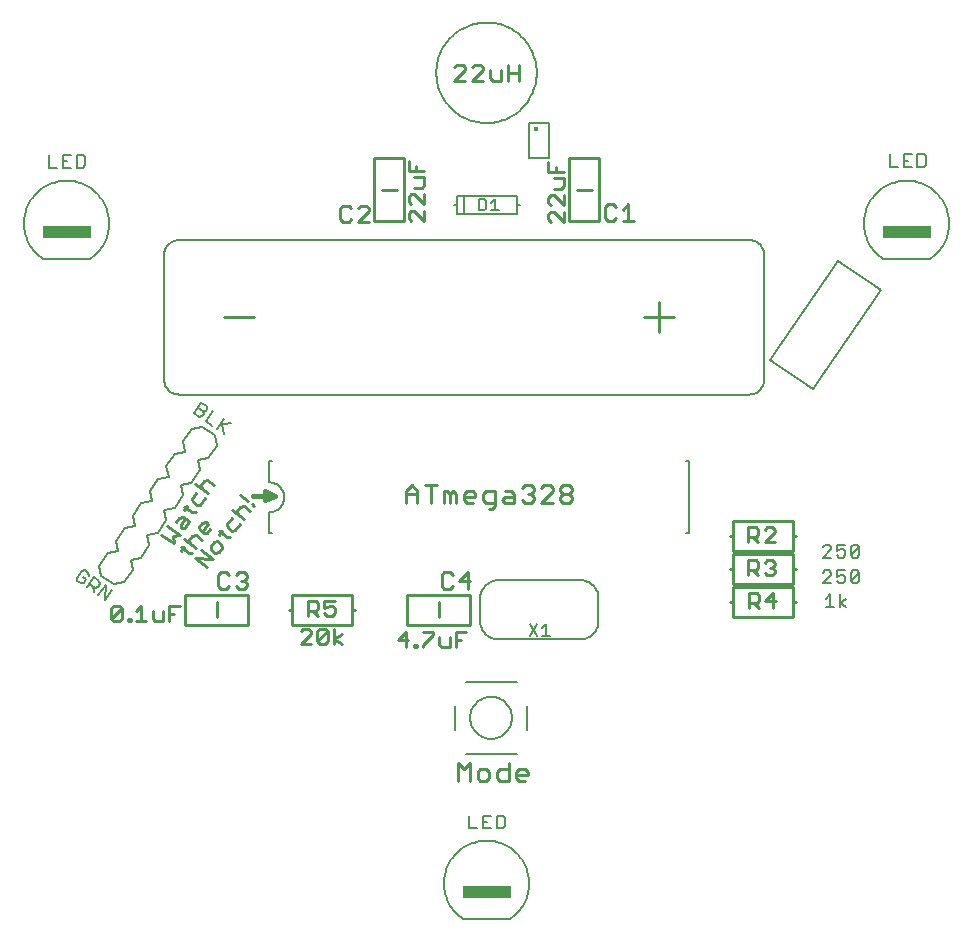
<source format=gto>
G75*
%MOIN*%
%OFA0B0*%
%FSLAX24Y24*%
%IPPOS*%
%LPD*%
%AMOC8*
5,1,8,0,0,1.08239X$1,22.5*
%
%ADD10R,0.1600X0.0400*%
%ADD11C,0.0100*%
%ADD12C,0.0070*%
%ADD13C,0.0090*%
%ADD14C,0.0080*%
%ADD15C,0.0160*%
%ADD16C,0.0110*%
%ADD17C,0.0050*%
%ADD18C,0.0177*%
D10*
X020175Y004775D03*
X006175Y026775D03*
X034175Y026775D03*
D11*
X010125Y014675D02*
X010125Y013675D01*
X012225Y013675D01*
X012225Y014675D01*
X010125Y014675D01*
X011175Y014425D02*
X011175Y013925D01*
X011317Y014875D02*
X011500Y014875D01*
X011592Y014967D01*
X011824Y014967D02*
X011915Y014875D01*
X012099Y014875D01*
X012190Y014967D01*
X012190Y015058D01*
X012099Y015150D01*
X012007Y015150D01*
X012099Y015150D02*
X012190Y015242D01*
X012190Y015334D01*
X012099Y015425D01*
X011915Y015425D01*
X011824Y015334D01*
X011592Y015334D02*
X011500Y015425D01*
X011317Y015425D01*
X011225Y015334D01*
X011225Y014967D01*
X011317Y014875D01*
X013575Y014175D02*
X013675Y014175D01*
X013675Y014675D01*
X015675Y014675D01*
X015675Y014175D01*
X015775Y014175D01*
X015675Y014175D02*
X015675Y013675D01*
X013675Y013675D01*
X013675Y014175D01*
X017525Y013675D02*
X017525Y014675D01*
X019625Y014675D01*
X019625Y013675D01*
X017525Y013675D01*
X018575Y013925D02*
X018575Y014425D01*
X018767Y014875D02*
X018950Y014875D01*
X019042Y014967D01*
X018767Y014875D02*
X018675Y014967D01*
X018675Y015334D01*
X018767Y015425D01*
X018950Y015425D01*
X019042Y015334D01*
X019274Y015150D02*
X019640Y015150D01*
X019549Y014875D02*
X019549Y015425D01*
X019274Y015150D01*
X025925Y023425D02*
X025925Y024425D01*
X025425Y023925D02*
X026425Y023925D01*
X025090Y027150D02*
X024724Y027150D01*
X024907Y027150D02*
X024907Y027700D01*
X024724Y027517D01*
X024492Y027609D02*
X024400Y027700D01*
X024217Y027700D01*
X024125Y027609D01*
X024125Y027242D01*
X024217Y027150D01*
X024400Y027150D01*
X024492Y027242D01*
X023925Y027125D02*
X022925Y027125D01*
X022925Y029225D01*
X023925Y029225D01*
X023925Y027125D01*
X023675Y028175D02*
X023175Y028175D01*
X021263Y031800D02*
X021263Y032350D01*
X021263Y032075D02*
X020896Y032075D01*
X020664Y032167D02*
X020664Y031800D01*
X020389Y031800D01*
X020297Y031892D01*
X020297Y032167D01*
X020065Y032167D02*
X020065Y032259D01*
X019974Y032350D01*
X019790Y032350D01*
X019699Y032259D01*
X019467Y032259D02*
X019375Y032350D01*
X019192Y032350D01*
X019100Y032259D01*
X019467Y032259D02*
X019467Y032167D01*
X019100Y031800D01*
X019467Y031800D01*
X019699Y031800D02*
X020065Y032167D01*
X020065Y031800D02*
X019699Y031800D01*
X020896Y031800D02*
X020896Y032350D01*
X017425Y029225D02*
X016425Y029225D01*
X016425Y027125D01*
X017425Y027125D01*
X017425Y029225D01*
X017175Y028175D02*
X016675Y028175D01*
X016174Y027650D02*
X015990Y027650D01*
X015899Y027559D01*
X015667Y027559D02*
X015575Y027650D01*
X015392Y027650D01*
X015300Y027559D01*
X015300Y027192D01*
X015392Y027100D01*
X015575Y027100D01*
X015667Y027192D01*
X015899Y027100D02*
X016265Y027467D01*
X016265Y027559D01*
X016174Y027650D01*
X016265Y027100D02*
X015899Y027100D01*
X012425Y023925D02*
X011425Y023925D01*
X028375Y017125D02*
X028375Y016625D01*
X028275Y016625D01*
X028375Y016625D02*
X028375Y016125D01*
X030375Y016125D01*
X030375Y016625D01*
X030475Y016625D01*
X030375Y016625D02*
X030375Y017125D01*
X028375Y017125D01*
X028375Y016025D02*
X028375Y015525D01*
X028275Y015525D01*
X028375Y015525D02*
X028375Y015025D01*
X030375Y015025D01*
X030375Y015525D01*
X030475Y015525D01*
X030375Y015525D02*
X030375Y016025D01*
X028375Y016025D01*
X028375Y014925D02*
X028375Y014425D01*
X028275Y014425D01*
X028375Y014425D02*
X028375Y013925D01*
X030375Y013925D01*
X030375Y014425D01*
X030475Y014425D01*
X030375Y014425D02*
X030375Y014925D01*
X028375Y014925D01*
D12*
X022278Y013310D02*
X022024Y013310D01*
X022151Y013310D02*
X022151Y013690D01*
X022024Y013564D01*
X021864Y013690D02*
X021610Y013310D01*
X021864Y013310D02*
X021610Y013690D01*
X028925Y021350D02*
X009925Y021350D01*
X009881Y021352D01*
X009838Y021358D01*
X009796Y021367D01*
X009754Y021380D01*
X009714Y021397D01*
X009675Y021417D01*
X009638Y021440D01*
X009604Y021467D01*
X009571Y021496D01*
X009542Y021529D01*
X009515Y021563D01*
X009492Y021600D01*
X009472Y021639D01*
X009455Y021679D01*
X009442Y021721D01*
X009433Y021763D01*
X009427Y021806D01*
X009425Y021850D01*
X009425Y026000D01*
X009427Y026044D01*
X009433Y026087D01*
X009442Y026129D01*
X009455Y026171D01*
X009472Y026211D01*
X009492Y026250D01*
X009515Y026287D01*
X009542Y026321D01*
X009571Y026354D01*
X009604Y026383D01*
X009638Y026410D01*
X009675Y026433D01*
X009714Y026453D01*
X009754Y026470D01*
X009796Y026483D01*
X009838Y026492D01*
X009881Y026498D01*
X009925Y026500D01*
X028925Y026500D01*
X028969Y026498D01*
X029012Y026492D01*
X029054Y026483D01*
X029096Y026470D01*
X029136Y026453D01*
X029175Y026433D01*
X029212Y026410D01*
X029246Y026383D01*
X029279Y026354D01*
X029308Y026321D01*
X029335Y026287D01*
X029358Y026250D01*
X029378Y026211D01*
X029395Y026171D01*
X029408Y026129D01*
X029417Y026087D01*
X029423Y026044D01*
X029425Y026000D01*
X029425Y021850D01*
X029423Y021806D01*
X029417Y021763D01*
X029408Y021721D01*
X029395Y021679D01*
X029378Y021639D01*
X029358Y021600D01*
X029335Y021563D01*
X029308Y021529D01*
X029279Y021496D01*
X029246Y021467D01*
X029212Y021440D01*
X029175Y021417D01*
X029136Y021397D01*
X029096Y021380D01*
X029054Y021367D01*
X029012Y021358D01*
X028969Y021352D01*
X028925Y021350D01*
X022244Y029245D02*
X021606Y029245D01*
X021606Y029265D02*
X021606Y030385D01*
X021606Y030405D02*
X022244Y030405D01*
X022244Y030385D02*
X022244Y029265D01*
X022244Y029659D02*
X022244Y029991D01*
X020451Y027865D02*
X020451Y027485D01*
X020324Y027485D02*
X020578Y027485D01*
X020324Y027739D02*
X020451Y027865D01*
X020164Y027802D02*
X020100Y027865D01*
X019910Y027865D01*
X019910Y027485D01*
X020100Y027485D01*
X020164Y027548D01*
X020164Y027802D01*
D13*
X018095Y027692D02*
X017755Y028033D01*
X017670Y028033D01*
X017585Y027948D01*
X017585Y027778D01*
X017670Y027692D01*
X017670Y027480D02*
X017585Y027395D01*
X017585Y027225D01*
X017670Y027140D01*
X017670Y027480D02*
X017755Y027480D01*
X018095Y027140D01*
X018095Y027480D01*
X018095Y027692D02*
X018095Y028033D01*
X018010Y028245D02*
X018095Y028330D01*
X018095Y028585D01*
X017755Y028585D01*
X017840Y028797D02*
X017840Y028968D01*
X017585Y029138D02*
X017585Y028797D01*
X018095Y028797D01*
X018010Y028245D02*
X017755Y028245D01*
X022240Y027918D02*
X022240Y027748D01*
X022325Y027662D01*
X022325Y027450D02*
X022240Y027365D01*
X022240Y027195D01*
X022325Y027110D01*
X022325Y027450D02*
X022410Y027450D01*
X022750Y027110D01*
X022750Y027450D01*
X022750Y027662D02*
X022410Y028003D01*
X022325Y028003D01*
X022240Y027918D01*
X022410Y028215D02*
X022665Y028215D01*
X022750Y028300D01*
X022750Y028555D01*
X022410Y028555D01*
X022495Y028767D02*
X022495Y028938D01*
X022240Y029108D02*
X022240Y028767D01*
X022750Y028767D01*
X022750Y028003D02*
X022750Y027662D01*
X012418Y017647D02*
X012350Y017698D01*
X012214Y017801D02*
X011942Y018005D01*
X011967Y017614D02*
X012086Y017631D01*
X012290Y017478D01*
X012085Y017206D02*
X011678Y017513D01*
X011865Y017479D02*
X011967Y017614D01*
X011865Y017479D02*
X011881Y017359D01*
X011686Y017241D02*
X011532Y017037D01*
X011549Y016918D01*
X011685Y016816D01*
X011804Y016833D01*
X011958Y017036D01*
X011634Y016606D02*
X011514Y016590D01*
X011243Y016794D01*
X011259Y016675D02*
X011362Y016811D01*
X011200Y016455D02*
X011080Y016438D01*
X010978Y016302D01*
X010995Y016183D01*
X011131Y016080D01*
X011250Y016097D01*
X011352Y016233D01*
X011335Y016352D01*
X011200Y016455D01*
X010871Y016741D02*
X010752Y016725D01*
X010616Y016827D01*
X010600Y016946D01*
X010702Y017082D01*
X010821Y017099D01*
X010889Y017048D01*
X010684Y016776D01*
X010871Y016741D02*
X010974Y016877D01*
X010693Y016504D02*
X010489Y016658D01*
X010370Y016641D01*
X010267Y016505D01*
X010284Y016386D01*
X010097Y016279D02*
X009994Y016143D01*
X009978Y016262D02*
X010249Y016057D01*
X010369Y016074D01*
X010488Y016232D02*
X010080Y016539D01*
X009953Y016670D02*
X009530Y016955D01*
X009340Y016673D02*
X009763Y016387D01*
X009717Y016624D01*
X009953Y016670D01*
X010001Y016893D02*
X009978Y017011D01*
X010121Y017223D01*
X010050Y017270D02*
X010262Y017128D01*
X010119Y016916D01*
X010001Y016893D01*
X009837Y017106D02*
X009932Y017247D01*
X010050Y017270D01*
X010099Y017494D02*
X010194Y017635D01*
X010076Y017612D02*
X010358Y017422D01*
X010476Y017445D01*
X010516Y017656D02*
X010375Y017752D01*
X010352Y017870D01*
X010495Y018081D01*
X010684Y018210D02*
X010661Y018328D01*
X010756Y018469D01*
X010874Y018492D01*
X011086Y018349D01*
X010896Y018067D02*
X010472Y018352D01*
X010777Y017891D02*
X010634Y017679D01*
X010516Y017656D01*
X010663Y016167D02*
X011071Y015860D01*
X010458Y015895D01*
X010866Y015588D01*
X009944Y014305D02*
X009604Y014305D01*
X009604Y013795D01*
X009391Y013795D02*
X009391Y014135D01*
X009604Y014050D02*
X009774Y014050D01*
X009391Y013795D02*
X009136Y013795D01*
X009051Y013880D01*
X009051Y014135D01*
X008839Y013795D02*
X008499Y013795D01*
X008669Y013795D02*
X008669Y014305D01*
X008499Y014135D01*
X008308Y013880D02*
X008308Y013795D01*
X008222Y013795D01*
X008222Y013880D01*
X008308Y013880D01*
X008010Y013880D02*
X008010Y014220D01*
X007670Y013880D01*
X007755Y013795D01*
X007925Y013795D01*
X008010Y013880D01*
X007670Y013880D02*
X007670Y014220D01*
X007755Y014305D01*
X007925Y014305D01*
X008010Y014220D01*
X013985Y013465D02*
X014070Y013550D01*
X014240Y013550D01*
X014325Y013465D01*
X014325Y013380D01*
X013985Y013040D01*
X014325Y013040D01*
X014537Y013125D02*
X014878Y013465D01*
X014878Y013125D01*
X014793Y013040D01*
X014623Y013040D01*
X014537Y013125D01*
X014537Y013465D01*
X014623Y013550D01*
X014793Y013550D01*
X014878Y013465D01*
X015090Y013550D02*
X015090Y013040D01*
X015090Y013210D02*
X015345Y013380D01*
X015090Y013210D02*
X015345Y013040D01*
X015028Y013970D02*
X014858Y013970D01*
X014772Y014055D01*
X014772Y014225D02*
X014943Y014310D01*
X015028Y014310D01*
X015113Y014225D01*
X015113Y014055D01*
X015028Y013970D01*
X014772Y014225D02*
X014772Y014480D01*
X015113Y014480D01*
X014560Y014395D02*
X014560Y014225D01*
X014475Y014140D01*
X014220Y014140D01*
X014220Y013970D02*
X014220Y014480D01*
X014475Y014480D01*
X014560Y014395D01*
X014390Y014140D02*
X014560Y013970D01*
X017220Y013175D02*
X017560Y013175D01*
X017475Y012920D02*
X017475Y013430D01*
X017220Y013175D01*
X017772Y013005D02*
X017858Y013005D01*
X017858Y012920D01*
X017772Y012920D01*
X017772Y013005D01*
X018049Y013005D02*
X018049Y012920D01*
X018049Y013005D02*
X018389Y013345D01*
X018389Y013430D01*
X018049Y013430D01*
X018601Y013260D02*
X018601Y013005D01*
X018686Y012920D01*
X018941Y012920D01*
X018941Y013260D01*
X019154Y013175D02*
X019324Y013175D01*
X019154Y012920D02*
X019154Y013430D01*
X019494Y013430D01*
X028920Y014220D02*
X028920Y014730D01*
X029175Y014730D01*
X029260Y014645D01*
X029260Y014475D01*
X029175Y014390D01*
X028920Y014390D01*
X029090Y014390D02*
X029260Y014220D01*
X029472Y014475D02*
X029728Y014730D01*
X029728Y014220D01*
X029813Y014475D02*
X029472Y014475D01*
X029528Y015320D02*
X029442Y015405D01*
X029528Y015320D02*
X029698Y015320D01*
X029783Y015405D01*
X029783Y015490D01*
X029698Y015575D01*
X029613Y015575D01*
X029698Y015575D02*
X029783Y015660D01*
X029783Y015745D01*
X029698Y015830D01*
X029528Y015830D01*
X029442Y015745D01*
X029230Y015745D02*
X029230Y015575D01*
X029145Y015490D01*
X028890Y015490D01*
X028890Y015320D02*
X028890Y015830D01*
X029145Y015830D01*
X029230Y015745D01*
X029060Y015490D02*
X029230Y015320D01*
X029230Y016420D02*
X029060Y016590D01*
X029145Y016590D02*
X028890Y016590D01*
X028890Y016420D02*
X028890Y016930D01*
X029145Y016930D01*
X029230Y016845D01*
X029230Y016675D01*
X029145Y016590D01*
X029442Y016420D02*
X029783Y016760D01*
X029783Y016845D01*
X029698Y016930D01*
X029528Y016930D01*
X029442Y016845D01*
X029442Y016420D02*
X029783Y016420D01*
D14*
X031390Y016265D02*
X031460Y016335D01*
X031600Y016335D01*
X031670Y016265D01*
X031670Y016195D01*
X031390Y015915D01*
X031670Y015915D01*
X031850Y015985D02*
X031920Y015915D01*
X032061Y015915D01*
X032131Y015985D01*
X032131Y016125D01*
X032061Y016195D01*
X031991Y016195D01*
X031850Y016125D01*
X031850Y016335D01*
X032131Y016335D01*
X032311Y016265D02*
X032311Y015985D01*
X032591Y016265D01*
X032591Y015985D01*
X032521Y015915D01*
X032381Y015915D01*
X032311Y015985D01*
X032311Y016265D02*
X032381Y016335D01*
X032521Y016335D01*
X032591Y016265D01*
X032521Y015485D02*
X032591Y015415D01*
X032311Y015135D01*
X032381Y015065D01*
X032521Y015065D01*
X032591Y015135D01*
X032591Y015415D01*
X032521Y015485D02*
X032381Y015485D01*
X032311Y015415D01*
X032311Y015135D01*
X032131Y015135D02*
X032061Y015065D01*
X031920Y015065D01*
X031850Y015135D01*
X031850Y015275D02*
X031991Y015345D01*
X032061Y015345D01*
X032131Y015275D01*
X032131Y015135D01*
X031850Y015275D02*
X031850Y015485D01*
X032131Y015485D01*
X031670Y015415D02*
X031600Y015485D01*
X031460Y015485D01*
X031390Y015415D01*
X031670Y015415D02*
X031670Y015345D01*
X031390Y015065D01*
X031670Y015065D01*
X031630Y014685D02*
X031630Y014265D01*
X031490Y014265D02*
X031770Y014265D01*
X031950Y014265D02*
X031950Y014685D01*
X032161Y014545D02*
X031950Y014405D01*
X032161Y014265D01*
X031630Y014685D02*
X031490Y014545D01*
X026925Y016725D02*
X026825Y016725D01*
X026925Y016725D02*
X026925Y019125D01*
X026825Y019125D01*
X021175Y011775D02*
X019475Y011775D01*
X019125Y010980D02*
X019125Y010175D01*
X019475Y009375D02*
X021175Y009375D01*
X021525Y010175D02*
X021525Y010968D01*
X019625Y010575D02*
X019627Y010627D01*
X019633Y010679D01*
X019643Y010731D01*
X019656Y010781D01*
X019673Y010831D01*
X019694Y010879D01*
X019719Y010925D01*
X019747Y010969D01*
X019778Y011011D01*
X019812Y011051D01*
X019849Y011088D01*
X019889Y011122D01*
X019931Y011153D01*
X019975Y011181D01*
X020021Y011206D01*
X020069Y011227D01*
X020119Y011244D01*
X020169Y011257D01*
X020221Y011267D01*
X020273Y011273D01*
X020325Y011275D01*
X020377Y011273D01*
X020429Y011267D01*
X020481Y011257D01*
X020531Y011244D01*
X020581Y011227D01*
X020629Y011206D01*
X020675Y011181D01*
X020719Y011153D01*
X020761Y011122D01*
X020801Y011088D01*
X020838Y011051D01*
X020872Y011011D01*
X020903Y010969D01*
X020931Y010925D01*
X020956Y010879D01*
X020977Y010831D01*
X020994Y010781D01*
X021007Y010731D01*
X021017Y010679D01*
X021023Y010627D01*
X021025Y010575D01*
X021023Y010523D01*
X021017Y010471D01*
X021007Y010419D01*
X020994Y010369D01*
X020977Y010319D01*
X020956Y010271D01*
X020931Y010225D01*
X020903Y010181D01*
X020872Y010139D01*
X020838Y010099D01*
X020801Y010062D01*
X020761Y010028D01*
X020719Y009997D01*
X020675Y009969D01*
X020629Y009944D01*
X020581Y009923D01*
X020531Y009906D01*
X020481Y009893D01*
X020429Y009883D01*
X020377Y009877D01*
X020325Y009875D01*
X020273Y009877D01*
X020221Y009883D01*
X020169Y009893D01*
X020119Y009906D01*
X020069Y009923D01*
X020021Y009944D01*
X019975Y009969D01*
X019931Y009997D01*
X019889Y010028D01*
X019849Y010062D01*
X019812Y010099D01*
X019778Y010139D01*
X019747Y010181D01*
X019719Y010225D01*
X019694Y010271D01*
X019673Y010319D01*
X019656Y010369D01*
X019643Y010419D01*
X019633Y010471D01*
X019627Y010523D01*
X019625Y010575D01*
X019590Y007310D02*
X019590Y006890D01*
X019870Y006890D01*
X020050Y006890D02*
X020331Y006890D01*
X020511Y006890D02*
X020721Y006890D01*
X020791Y006960D01*
X020791Y007240D01*
X020721Y007310D01*
X020511Y007310D01*
X020511Y006890D01*
X020191Y007100D02*
X020050Y007100D01*
X020050Y007310D02*
X020050Y006890D01*
X020050Y007310D02*
X020331Y007310D01*
X013025Y016725D02*
X012925Y016725D01*
X012925Y017425D01*
X012969Y017427D01*
X013012Y017433D01*
X013054Y017442D01*
X013096Y017455D01*
X013136Y017472D01*
X013175Y017492D01*
X013212Y017515D01*
X013246Y017542D01*
X013279Y017571D01*
X013308Y017604D01*
X013335Y017638D01*
X013358Y017675D01*
X013378Y017714D01*
X013395Y017754D01*
X013408Y017796D01*
X013417Y017838D01*
X013423Y017881D01*
X013425Y017925D01*
X013423Y017969D01*
X013417Y018012D01*
X013408Y018054D01*
X013395Y018096D01*
X013378Y018136D01*
X013358Y018175D01*
X013335Y018212D01*
X013308Y018246D01*
X013279Y018279D01*
X013246Y018308D01*
X013212Y018335D01*
X013175Y018358D01*
X013136Y018378D01*
X013096Y018395D01*
X013054Y018408D01*
X013012Y018417D01*
X012969Y018423D01*
X012925Y018425D01*
X012925Y019125D01*
X013025Y019125D01*
X011415Y020046D02*
X011363Y020339D01*
X011265Y020321D02*
X011656Y020390D01*
X011426Y020551D02*
X011185Y020207D01*
X011037Y020310D02*
X010808Y020471D01*
X011049Y020815D01*
X010861Y020861D02*
X010821Y020804D01*
X010723Y020786D01*
X010551Y020907D01*
X010431Y020735D02*
X010603Y020614D01*
X010700Y020631D01*
X010741Y020689D01*
X010723Y020786D01*
X010861Y020861D02*
X010844Y020959D01*
X010672Y021079D01*
X010431Y020735D01*
X010693Y020275D02*
X010346Y020207D01*
X010067Y019793D01*
X010134Y019445D01*
X009787Y019378D01*
X009507Y018963D01*
X009575Y018616D01*
X009228Y018549D01*
X008948Y018134D01*
X009016Y017787D01*
X008669Y017720D01*
X008389Y017305D01*
X008457Y016958D01*
X008109Y016891D01*
X007830Y016476D01*
X007897Y016129D01*
X007550Y016062D01*
X007271Y015647D01*
X007338Y015300D01*
X007753Y015021D01*
X008100Y015088D01*
X008379Y015503D01*
X008312Y015850D01*
X008659Y015917D01*
X008939Y016332D01*
X008871Y016679D01*
X009218Y016746D01*
X009498Y017161D01*
X009430Y017508D01*
X009777Y017575D01*
X010057Y017990D01*
X009989Y018337D01*
X010336Y018404D01*
X010616Y018819D01*
X010549Y019166D01*
X010896Y019233D01*
X011175Y019648D01*
X011108Y019995D01*
X010693Y020275D01*
X006894Y015409D02*
X006779Y015489D01*
X006682Y015472D01*
X006521Y015242D01*
X006538Y015145D01*
X006653Y015064D01*
X006750Y015081D01*
X006831Y015196D01*
X006716Y015277D01*
X006911Y015311D02*
X006894Y015409D01*
X007099Y015265D02*
X007271Y015145D01*
X007288Y015047D01*
X007208Y014932D01*
X007110Y014915D01*
X006938Y015036D01*
X006858Y014921D02*
X007099Y015265D01*
X007053Y014955D02*
X007087Y014760D01*
X007235Y014657D02*
X007476Y015001D01*
X007465Y014496D01*
X007706Y014840D01*
X019175Y027375D02*
X019175Y027675D01*
X019075Y027675D01*
X019175Y027675D02*
X019175Y027975D01*
X021175Y027975D01*
X021175Y027675D01*
X021275Y027675D01*
X021175Y027675D02*
X021175Y027375D01*
X019175Y027375D01*
X019425Y027425D02*
X019425Y027925D01*
X006791Y028985D02*
X006791Y029265D01*
X006721Y029335D01*
X006511Y029335D01*
X006511Y028915D01*
X006721Y028915D01*
X006791Y028985D01*
X006331Y028915D02*
X006050Y028915D01*
X006050Y029335D01*
X006331Y029335D01*
X006191Y029125D02*
X006050Y029125D01*
X005870Y028915D02*
X005590Y028915D01*
X005590Y029335D01*
X033615Y029360D02*
X033615Y028940D01*
X033895Y028940D01*
X034075Y028940D02*
X034356Y028940D01*
X034536Y028940D02*
X034746Y028940D01*
X034816Y029010D01*
X034816Y029290D01*
X034746Y029360D01*
X034536Y029360D01*
X034536Y028940D01*
X034216Y029150D02*
X034075Y029150D01*
X034075Y029360D02*
X034075Y028940D01*
X034075Y029360D02*
X034356Y029360D01*
D15*
X013125Y017975D02*
X012775Y018145D01*
X012775Y017835D01*
X013125Y017975D01*
X012395Y017975D01*
D16*
X017480Y018025D02*
X017874Y018025D01*
X017874Y018124D02*
X017874Y017730D01*
X017874Y018124D02*
X017677Y018321D01*
X017480Y018124D01*
X017480Y017730D01*
X018321Y017730D02*
X018321Y018321D01*
X018125Y018321D02*
X018518Y018321D01*
X018769Y018124D02*
X018868Y018124D01*
X018966Y018025D01*
X019064Y018124D01*
X019163Y018025D01*
X019163Y017730D01*
X018966Y017730D02*
X018966Y018025D01*
X018769Y018124D02*
X018769Y017730D01*
X019414Y017828D02*
X019512Y017730D01*
X019709Y017730D01*
X019807Y017927D02*
X019414Y017927D01*
X019414Y018025D02*
X019512Y018124D01*
X019709Y018124D01*
X019807Y018025D01*
X019807Y017927D01*
X020058Y018025D02*
X020058Y017828D01*
X020157Y017730D01*
X020452Y017730D01*
X020452Y017632D02*
X020452Y018124D01*
X020157Y018124D01*
X020058Y018025D01*
X020255Y017533D02*
X020353Y017533D01*
X020452Y017632D01*
X020703Y017828D02*
X020801Y017927D01*
X021096Y017927D01*
X021096Y018025D02*
X021096Y017730D01*
X020801Y017730D01*
X020703Y017828D01*
X020801Y018124D02*
X020998Y018124D01*
X021096Y018025D01*
X021347Y017828D02*
X021446Y017730D01*
X021643Y017730D01*
X021741Y017828D01*
X021741Y017927D01*
X021643Y018025D01*
X021544Y018025D01*
X021643Y018025D02*
X021741Y018124D01*
X021741Y018222D01*
X021643Y018321D01*
X021446Y018321D01*
X021347Y018222D01*
X021992Y018222D02*
X022090Y018321D01*
X022287Y018321D01*
X022386Y018222D01*
X022386Y018124D01*
X021992Y017730D01*
X022386Y017730D01*
X022636Y017828D02*
X022636Y017927D01*
X022735Y018025D01*
X022932Y018025D01*
X023030Y017927D01*
X023030Y017828D01*
X022932Y017730D01*
X022735Y017730D01*
X022636Y017828D01*
X022735Y018025D02*
X022636Y018124D01*
X022636Y018222D01*
X022735Y018321D01*
X022932Y018321D01*
X023030Y018222D01*
X023030Y018124D01*
X022932Y018025D01*
X019414Y018025D02*
X019414Y017828D01*
X019230Y009071D02*
X019427Y008874D01*
X019624Y009071D01*
X019624Y008480D01*
X019875Y008578D02*
X019973Y008480D01*
X020170Y008480D01*
X020268Y008578D01*
X020268Y008775D01*
X020170Y008874D01*
X019973Y008874D01*
X019875Y008775D01*
X019875Y008578D01*
X020519Y008578D02*
X020519Y008775D01*
X020618Y008874D01*
X020913Y008874D01*
X020913Y009071D02*
X020913Y008480D01*
X020618Y008480D01*
X020519Y008578D01*
X021164Y008578D02*
X021164Y008775D01*
X021262Y008874D01*
X021459Y008874D01*
X021557Y008775D01*
X021557Y008677D01*
X021164Y008677D01*
X021164Y008578D02*
X021262Y008480D01*
X021459Y008480D01*
X019230Y008480D02*
X019230Y009071D01*
D17*
X019387Y003875D02*
X019326Y003919D01*
X019268Y003965D01*
X019211Y004014D01*
X019158Y004066D01*
X019107Y004121D01*
X019059Y004179D01*
X019015Y004239D01*
X018973Y004301D01*
X018935Y004365D01*
X018900Y004431D01*
X018869Y004499D01*
X018842Y004569D01*
X018818Y004640D01*
X018798Y004712D01*
X018781Y004785D01*
X018769Y004858D01*
X018760Y004933D01*
X018756Y005007D01*
X018755Y005082D01*
X018759Y005157D01*
X018766Y005231D01*
X018777Y005305D01*
X018792Y005378D01*
X018811Y005451D01*
X018833Y005522D01*
X018860Y005592D01*
X018890Y005660D01*
X018923Y005727D01*
X018960Y005792D01*
X019000Y005855D01*
X019044Y005916D01*
X019091Y005974D01*
X019141Y006030D01*
X019193Y006083D01*
X019249Y006133D01*
X019306Y006180D01*
X019367Y006225D01*
X019429Y006265D01*
X019494Y006303D01*
X019561Y006337D01*
X019629Y006368D01*
X019698Y006395D01*
X019770Y006418D01*
X019842Y006437D01*
X019915Y006453D01*
X019989Y006465D01*
X020063Y006473D01*
X020138Y006477D01*
X020212Y006477D01*
X020287Y006473D01*
X020361Y006465D01*
X020435Y006453D01*
X020508Y006437D01*
X020580Y006418D01*
X020652Y006395D01*
X020721Y006368D01*
X020789Y006337D01*
X020856Y006303D01*
X020921Y006265D01*
X020983Y006225D01*
X021044Y006180D01*
X021101Y006133D01*
X021157Y006083D01*
X021209Y006030D01*
X021259Y005974D01*
X021306Y005916D01*
X021350Y005855D01*
X021390Y005792D01*
X021427Y005727D01*
X021460Y005660D01*
X021490Y005592D01*
X021517Y005522D01*
X021539Y005451D01*
X021558Y005378D01*
X021573Y005305D01*
X021584Y005231D01*
X021591Y005157D01*
X021595Y005082D01*
X021594Y005007D01*
X021590Y004933D01*
X021581Y004858D01*
X021569Y004785D01*
X021552Y004712D01*
X021532Y004640D01*
X021508Y004569D01*
X021481Y004499D01*
X021450Y004431D01*
X021415Y004365D01*
X021377Y004301D01*
X021335Y004239D01*
X021291Y004179D01*
X021243Y004121D01*
X021192Y004066D01*
X021139Y004014D01*
X021082Y003965D01*
X021024Y003919D01*
X020963Y003875D01*
X020962Y003876D02*
X019388Y003876D01*
X020557Y013191D02*
X023313Y013191D01*
X023313Y013190D02*
X023359Y013192D01*
X023405Y013197D01*
X023451Y013206D01*
X023496Y013219D01*
X023539Y013235D01*
X023581Y013254D01*
X023622Y013277D01*
X023660Y013303D01*
X023697Y013332D01*
X023731Y013363D01*
X023762Y013397D01*
X023791Y013434D01*
X023817Y013472D01*
X023840Y013513D01*
X023859Y013555D01*
X023875Y013598D01*
X023888Y013643D01*
X023897Y013689D01*
X023902Y013735D01*
X023904Y013781D01*
X023904Y014569D01*
X023902Y014615D01*
X023897Y014661D01*
X023888Y014707D01*
X023875Y014752D01*
X023859Y014795D01*
X023840Y014837D01*
X023817Y014878D01*
X023791Y014916D01*
X023762Y014953D01*
X023731Y014987D01*
X023697Y015018D01*
X023660Y015047D01*
X023622Y015073D01*
X023581Y015096D01*
X023539Y015115D01*
X023496Y015131D01*
X023451Y015144D01*
X023405Y015153D01*
X023359Y015158D01*
X023313Y015160D01*
X023313Y015159D02*
X020557Y015159D01*
X020557Y015160D02*
X020511Y015158D01*
X020465Y015153D01*
X020419Y015144D01*
X020374Y015131D01*
X020331Y015115D01*
X020289Y015096D01*
X020248Y015073D01*
X020210Y015047D01*
X020173Y015018D01*
X020139Y014987D01*
X020108Y014953D01*
X020079Y014916D01*
X020053Y014878D01*
X020030Y014837D01*
X020011Y014795D01*
X019995Y014752D01*
X019982Y014707D01*
X019973Y014661D01*
X019968Y014615D01*
X019966Y014569D01*
X019966Y013781D01*
X019968Y013735D01*
X019973Y013689D01*
X019982Y013643D01*
X019995Y013598D01*
X020011Y013555D01*
X020030Y013513D01*
X020053Y013472D01*
X020079Y013434D01*
X020108Y013397D01*
X020139Y013363D01*
X020173Y013332D01*
X020210Y013303D01*
X020248Y013277D01*
X020289Y013254D01*
X020331Y013235D01*
X020374Y013219D01*
X020419Y013206D01*
X020465Y013197D01*
X020511Y013192D01*
X020557Y013190D01*
X029629Y022517D02*
X031055Y021537D01*
X033321Y024833D01*
X031895Y025813D01*
X029629Y022517D01*
X033388Y025876D02*
X034962Y025876D01*
X034963Y025875D02*
X035024Y025919D01*
X035082Y025965D01*
X035139Y026014D01*
X035192Y026066D01*
X035243Y026121D01*
X035291Y026179D01*
X035335Y026239D01*
X035377Y026301D01*
X035415Y026365D01*
X035450Y026431D01*
X035481Y026499D01*
X035508Y026569D01*
X035532Y026640D01*
X035552Y026712D01*
X035569Y026785D01*
X035581Y026858D01*
X035590Y026933D01*
X035594Y027007D01*
X035595Y027082D01*
X035591Y027157D01*
X035584Y027231D01*
X035573Y027305D01*
X035558Y027378D01*
X035539Y027451D01*
X035517Y027522D01*
X035490Y027592D01*
X035460Y027660D01*
X035427Y027727D01*
X035390Y027792D01*
X035350Y027855D01*
X035306Y027916D01*
X035259Y027974D01*
X035209Y028030D01*
X035157Y028083D01*
X035101Y028133D01*
X035044Y028180D01*
X034983Y028225D01*
X034921Y028265D01*
X034856Y028303D01*
X034789Y028337D01*
X034721Y028368D01*
X034652Y028395D01*
X034580Y028418D01*
X034508Y028437D01*
X034435Y028453D01*
X034361Y028465D01*
X034287Y028473D01*
X034212Y028477D01*
X034138Y028477D01*
X034063Y028473D01*
X033989Y028465D01*
X033915Y028453D01*
X033842Y028437D01*
X033770Y028418D01*
X033698Y028395D01*
X033629Y028368D01*
X033561Y028337D01*
X033494Y028303D01*
X033429Y028265D01*
X033367Y028225D01*
X033306Y028180D01*
X033249Y028133D01*
X033193Y028083D01*
X033141Y028030D01*
X033091Y027974D01*
X033044Y027916D01*
X033000Y027855D01*
X032960Y027792D01*
X032923Y027727D01*
X032890Y027660D01*
X032860Y027592D01*
X032833Y027522D01*
X032811Y027451D01*
X032792Y027378D01*
X032777Y027305D01*
X032766Y027231D01*
X032759Y027157D01*
X032755Y027082D01*
X032756Y027007D01*
X032760Y026933D01*
X032769Y026858D01*
X032781Y026785D01*
X032798Y026712D01*
X032818Y026640D01*
X032842Y026569D01*
X032869Y026499D01*
X032900Y026431D01*
X032935Y026365D01*
X032973Y026301D01*
X033015Y026239D01*
X033059Y026179D01*
X033107Y026121D01*
X033158Y026066D01*
X033211Y026014D01*
X033268Y025965D01*
X033326Y025919D01*
X033387Y025875D01*
X018500Y032075D02*
X018502Y032157D01*
X018508Y032238D01*
X018518Y032319D01*
X018532Y032399D01*
X018549Y032479D01*
X018571Y032558D01*
X018596Y032635D01*
X018626Y032711D01*
X018658Y032786D01*
X018695Y032859D01*
X018735Y032930D01*
X018778Y032999D01*
X018825Y033066D01*
X018875Y033131D01*
X018928Y033193D01*
X018983Y033252D01*
X019042Y033309D01*
X019104Y033362D01*
X019168Y033413D01*
X019234Y033461D01*
X019302Y033505D01*
X019373Y033546D01*
X019446Y033583D01*
X019520Y033617D01*
X019596Y033647D01*
X019673Y033673D01*
X019751Y033696D01*
X019831Y033714D01*
X019911Y033729D01*
X019992Y033740D01*
X020073Y033747D01*
X020155Y033750D01*
X020236Y033749D01*
X020318Y033744D01*
X020399Y033735D01*
X020479Y033722D01*
X020559Y033705D01*
X020638Y033685D01*
X020716Y033660D01*
X020792Y033632D01*
X020867Y033600D01*
X020941Y033565D01*
X021012Y033526D01*
X021082Y033483D01*
X021150Y033437D01*
X021215Y033388D01*
X021277Y033336D01*
X021338Y033281D01*
X021395Y033223D01*
X021449Y033162D01*
X021501Y033099D01*
X021549Y033033D01*
X021594Y032965D01*
X021636Y032895D01*
X021674Y032823D01*
X021708Y032749D01*
X021739Y032673D01*
X021767Y032596D01*
X021790Y032518D01*
X021810Y032439D01*
X021826Y032359D01*
X021838Y032278D01*
X021846Y032197D01*
X021850Y032116D01*
X021850Y032034D01*
X021846Y031953D01*
X021838Y031872D01*
X021826Y031791D01*
X021810Y031711D01*
X021790Y031632D01*
X021767Y031554D01*
X021739Y031477D01*
X021708Y031401D01*
X021674Y031327D01*
X021636Y031255D01*
X021594Y031185D01*
X021549Y031117D01*
X021501Y031051D01*
X021449Y030988D01*
X021395Y030927D01*
X021338Y030869D01*
X021277Y030814D01*
X021215Y030762D01*
X021150Y030713D01*
X021082Y030667D01*
X021013Y030624D01*
X020941Y030585D01*
X020867Y030550D01*
X020792Y030518D01*
X020716Y030490D01*
X020638Y030465D01*
X020559Y030445D01*
X020479Y030428D01*
X020399Y030415D01*
X020318Y030406D01*
X020236Y030401D01*
X020155Y030400D01*
X020073Y030403D01*
X019992Y030410D01*
X019911Y030421D01*
X019831Y030436D01*
X019751Y030454D01*
X019673Y030477D01*
X019596Y030503D01*
X019520Y030533D01*
X019446Y030567D01*
X019373Y030604D01*
X019302Y030645D01*
X019234Y030689D01*
X019168Y030737D01*
X019104Y030788D01*
X019042Y030841D01*
X018983Y030898D01*
X018928Y030957D01*
X018875Y031019D01*
X018825Y031084D01*
X018778Y031151D01*
X018735Y031220D01*
X018695Y031291D01*
X018658Y031364D01*
X018626Y031439D01*
X018596Y031515D01*
X018571Y031592D01*
X018549Y031671D01*
X018532Y031751D01*
X018518Y031831D01*
X018508Y031912D01*
X018502Y031993D01*
X018500Y032075D01*
X006962Y025876D02*
X005388Y025876D01*
X005387Y025875D02*
X005326Y025919D01*
X005268Y025965D01*
X005211Y026014D01*
X005158Y026066D01*
X005107Y026121D01*
X005059Y026179D01*
X005015Y026239D01*
X004973Y026301D01*
X004935Y026365D01*
X004900Y026431D01*
X004869Y026499D01*
X004842Y026569D01*
X004818Y026640D01*
X004798Y026712D01*
X004781Y026785D01*
X004769Y026858D01*
X004760Y026933D01*
X004756Y027007D01*
X004755Y027082D01*
X004759Y027157D01*
X004766Y027231D01*
X004777Y027305D01*
X004792Y027378D01*
X004811Y027451D01*
X004833Y027522D01*
X004860Y027592D01*
X004890Y027660D01*
X004923Y027727D01*
X004960Y027792D01*
X005000Y027855D01*
X005044Y027916D01*
X005091Y027974D01*
X005141Y028030D01*
X005193Y028083D01*
X005249Y028133D01*
X005306Y028180D01*
X005367Y028225D01*
X005429Y028265D01*
X005494Y028303D01*
X005561Y028337D01*
X005629Y028368D01*
X005698Y028395D01*
X005770Y028418D01*
X005842Y028437D01*
X005915Y028453D01*
X005989Y028465D01*
X006063Y028473D01*
X006138Y028477D01*
X006212Y028477D01*
X006287Y028473D01*
X006361Y028465D01*
X006435Y028453D01*
X006508Y028437D01*
X006580Y028418D01*
X006652Y028395D01*
X006721Y028368D01*
X006789Y028337D01*
X006856Y028303D01*
X006921Y028265D01*
X006983Y028225D01*
X007044Y028180D01*
X007101Y028133D01*
X007157Y028083D01*
X007209Y028030D01*
X007259Y027974D01*
X007306Y027916D01*
X007350Y027855D01*
X007390Y027792D01*
X007427Y027727D01*
X007460Y027660D01*
X007490Y027592D01*
X007517Y027522D01*
X007539Y027451D01*
X007558Y027378D01*
X007573Y027305D01*
X007584Y027231D01*
X007591Y027157D01*
X007595Y027082D01*
X007594Y027007D01*
X007590Y026933D01*
X007581Y026858D01*
X007569Y026785D01*
X007552Y026712D01*
X007532Y026640D01*
X007508Y026569D01*
X007481Y026499D01*
X007450Y026431D01*
X007415Y026365D01*
X007377Y026301D01*
X007335Y026239D01*
X007291Y026179D01*
X007243Y026121D01*
X007192Y026066D01*
X007139Y026014D01*
X007082Y025965D01*
X007024Y025919D01*
X006963Y025875D01*
D18*
X021820Y030200D03*
M02*

</source>
